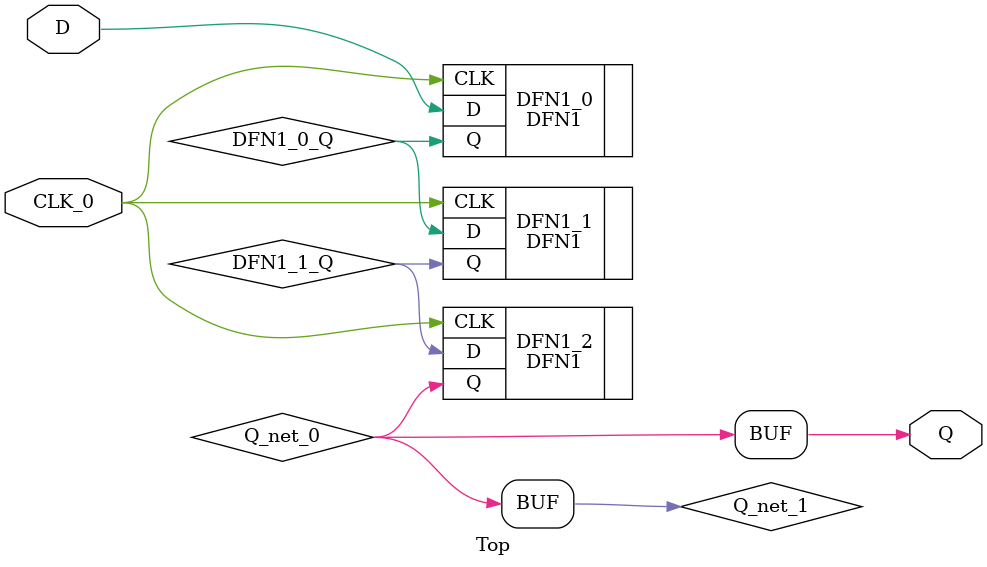
<source format=v>

`timescale 1ns / 100ps

module Top(
    // Inputs
    CLK_0,
    D,
    // Outputs
    Q
);

//--------------------------------------------------------------------
// Input
//--------------------------------------------------------------------
input  CLK_0;
input  D;
//--------------------------------------------------------------------
// Output
//--------------------------------------------------------------------
output Q;
//--------------------------------------------------------------------
// Nets
//--------------------------------------------------------------------
wire   CLK_0;
wire   D;
wire   DFN1_0_Q;
wire   DFN1_1_Q;
wire   Q_net_0;
wire   Q_net_1;
//--------------------------------------------------------------------
// Top level output port assignments
//--------------------------------------------------------------------
assign Q_net_1 = Q_net_0;
assign Q       = Q_net_1;
//--------------------------------------------------------------------
// Component instances
//--------------------------------------------------------------------
//--------DFN1
DFN1 DFN1_0(
        // Inputs
        .D   ( D ),
        .CLK ( CLK_0 ),
        // Outputs
        .Q   ( DFN1_0_Q ) 
        );

//--------DFN1
DFN1 DFN1_1(
        // Inputs
        .D   ( DFN1_0_Q ),
        .CLK ( CLK_0 ),
        // Outputs
        .Q   ( DFN1_1_Q ) 
        );

//--------DFN1
DFN1 DFN1_2(
        // Inputs
        .D   ( DFN1_1_Q ),
        .CLK ( CLK_0 ),
        // Outputs
        .Q   ( Q_net_0 ) 
        );


endmodule

</source>
